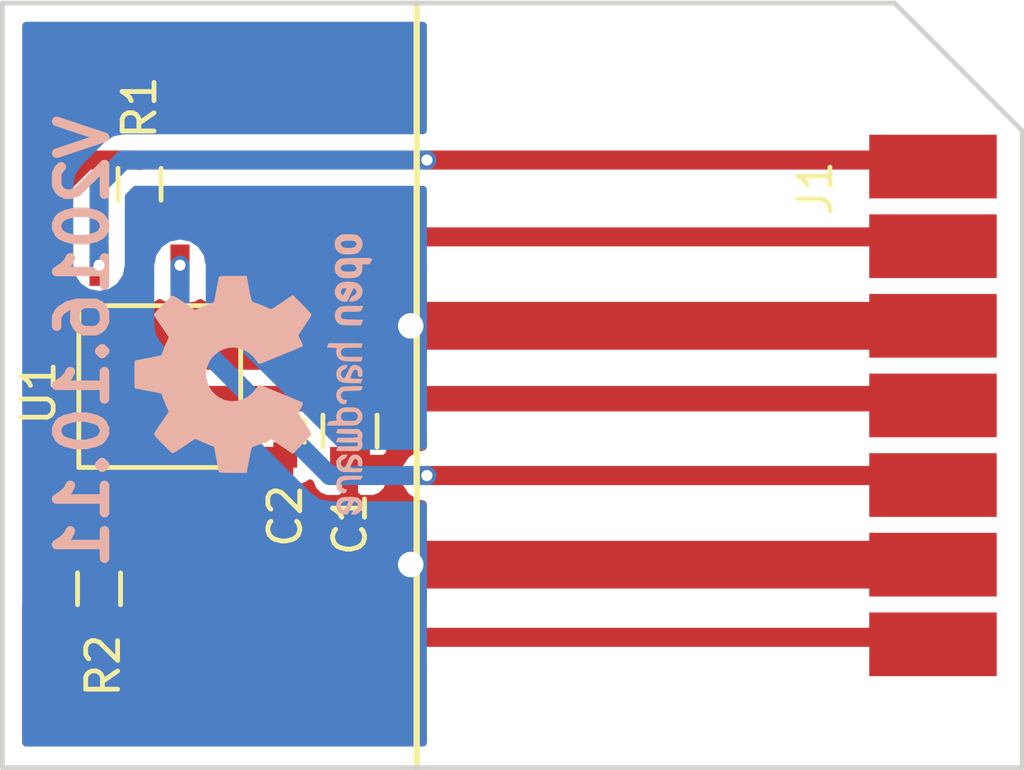
<source format=kicad_pcb>
(kicad_pcb (version 4) (host pcbnew 4.0.4+e1-6308~48~ubuntu16.04.1-stable)

  (general
    (links 15)
    (no_connects 0)
    (area 133.924999 93.399999 166.075001 117.600001)
    (thickness 1.6)
    (drawings 7)
    (tracks 57)
    (zones 0)
    (modules 7)
    (nets 9)
  )

  (page A4)
  (layers
    (0 F.Cu signal)
    (31 B.Cu signal)
    (32 B.Adhes user)
    (33 F.Adhes user)
    (34 B.Paste user)
    (35 F.Paste user)
    (36 B.SilkS user)
    (37 F.SilkS user)
    (38 B.Mask user)
    (39 F.Mask user)
    (40 Dwgs.User user)
    (41 Cmts.User user)
    (42 Eco1.User user)
    (43 Eco2.User user)
    (44 Edge.Cuts user)
    (45 Margin user)
    (46 B.CrtYd user)
    (47 F.CrtYd user)
    (48 B.Fab user)
    (49 F.Fab user)
  )

  (setup
    (last_trace_width 0.6)
    (user_trace_width 0.4)
    (user_trace_width 0.6)
    (user_trace_width 0.8)
    (user_trace_width 1)
    (user_trace_width 1.5)
    (trace_clearance 0.2)
    (zone_clearance 0.508)
    (zone_45_only no)
    (trace_min 0.1524)
    (segment_width 0.2)
    (edge_width 0.15)
    (via_size 0.6)
    (via_drill 0.4)
    (via_min_size 0.35)
    (via_min_drill 0.35)
    (user_via 0.5 0.35)
    (user_via 0.6 0.4)
    (user_via 0.8 0.6)
    (user_via 1 0.8)
    (user_via 1.7 1.5)
    (uvia_size 0.3)
    (uvia_drill 0.1)
    (uvias_allowed no)
    (uvia_min_size 0.2)
    (uvia_min_drill 0.1)
    (pcb_text_width 0.3)
    (pcb_text_size 1.5 1.5)
    (mod_edge_width 0.15)
    (mod_text_size 1 1)
    (mod_text_width 0.15)
    (pad_size 1.524 1.524)
    (pad_drill 0.762)
    (pad_to_mask_clearance 0.2)
    (aux_axis_origin 0 0)
    (visible_elements FFFFFF7F)
    (pcbplotparams
      (layerselection 0x00030_80000001)
      (usegerberextensions false)
      (excludeedgelayer true)
      (linewidth 0.100000)
      (plotframeref false)
      (viasonmask false)
      (mode 1)
      (useauxorigin false)
      (hpglpennumber 1)
      (hpglpenspeed 20)
      (hpglpendiameter 15)
      (hpglpenoverlay 2)
      (psnegative false)
      (psa4output false)
      (plotreference true)
      (plotvalue true)
      (plotinvisibletext false)
      (padsonsilk false)
      (subtractmaskfromsilk false)
      (outputformat 1)
      (mirror false)
      (drillshape 1)
      (scaleselection 1)
      (outputdirectory ""))
  )

  (net 0 "")
  (net 1 GND)
  (net 2 +3V3)
  (net 3 CS)
  (net 4 DI)
  (net 5 SCLK)
  (net 6 DO)
  (net 7 "Net-(R1-Pad1)")
  (net 8 "Net-(R2-Pad2)")

  (net_class Default "This is the default net class."
    (clearance 0.2)
    (trace_width 0.25)
    (via_dia 0.6)
    (via_drill 0.4)
    (uvia_dia 0.3)
    (uvia_drill 0.1)
    (add_net +3V3)
    (add_net CS)
    (add_net DI)
    (add_net DO)
    (add_net GND)
    (add_net "Net-(R1-Pad1)")
    (add_net "Net-(R2-Pad2)")
    (add_net SCLK)
  )

  (module SquantorPcbOutline:SD_CARD_connector locked (layer F.Cu) (tedit 57FB8582) (tstamp 57FB8117)
    (at 163.2 106.13)
    (path /57FB7E61)
    (fp_text reference J1 (at -3.688 -6.816 90) (layer F.SilkS)
      (effects (font (size 1 1) (thickness 0.15)))
    )
    (fp_text value SD_CARD_connector (at -3.942 1.82 270) (layer F.Fab)
      (effects (font (size 1 1) (thickness 0.15)))
    )
    (pad 1 smd rect (at 0 -7.5 90) (size 2 4) (layers F.Cu F.Paste F.Mask)
      (net 3 CS))
    (pad 2 smd rect (at 0 -5 90) (size 2 4) (layers F.Cu F.Paste F.Mask)
      (net 4 DI))
    (pad 3 smd rect (at 0 -2.5 90) (size 2 4) (layers F.Cu F.Paste F.Mask)
      (net 1 GND))
    (pad 4 smd rect (at 0 0 90) (size 2 4) (layers F.Cu F.Paste F.Mask)
      (net 2 +3V3))
    (pad 5 smd rect (at 0 2.5 90) (size 2 4) (layers F.Cu F.Paste F.Mask)
      (net 5 SCLK))
    (pad 6 smd rect (at 0 5 90) (size 2 4) (layers F.Cu F.Paste F.Mask)
      (net 1 GND))
    (pad 7 smd rect (at 0 7.5 90) (size 2 4) (layers F.Cu F.Paste F.Mask)
      (net 6 DO))
  )

  (module Capacitors_SMD:C_0805 (layer F.Cu) (tedit 57FD182A) (tstamp 57FB850F)
    (at 144.907 106.934 270)
    (descr "Capacitor SMD 0805, reflow soldering, AVX (see smccp.pdf)")
    (tags "capacitor 0805")
    (path /57FB81C5)
    (attr smd)
    (fp_text reference C1 (at 2.921 0 270) (layer F.SilkS)
      (effects (font (size 1 1) (thickness 0.15)))
    )
    (fp_text value 1u (at 0 0 270) (layer F.Fab)
      (effects (font (size 1 1) (thickness 0.15)))
    )
    (fp_line (start -1 0.625) (end -1 -0.625) (layer F.Fab) (width 0.15))
    (fp_line (start 1 0.625) (end -1 0.625) (layer F.Fab) (width 0.15))
    (fp_line (start 1 -0.625) (end 1 0.625) (layer F.Fab) (width 0.15))
    (fp_line (start -1 -0.625) (end 1 -0.625) (layer F.Fab) (width 0.15))
    (fp_line (start -1.8 -1) (end 1.8 -1) (layer F.CrtYd) (width 0.05))
    (fp_line (start -1.8 1) (end 1.8 1) (layer F.CrtYd) (width 0.05))
    (fp_line (start -1.8 -1) (end -1.8 1) (layer F.CrtYd) (width 0.05))
    (fp_line (start 1.8 -1) (end 1.8 1) (layer F.CrtYd) (width 0.05))
    (fp_line (start 0.5 -0.85) (end -0.5 -0.85) (layer F.SilkS) (width 0.15))
    (fp_line (start -0.5 0.85) (end 0.5 0.85) (layer F.SilkS) (width 0.15))
    (pad 1 smd rect (at -1 0 270) (size 1 1.25) (layers F.Cu F.Paste F.Mask)
      (net 2 +3V3))
    (pad 2 smd rect (at 1 0 270) (size 1 1.25) (layers F.Cu F.Paste F.Mask)
      (net 1 GND))
    (model Capacitors_SMD.3dshapes/C_0805.wrl
      (at (xyz 0 0 0))
      (scale (xyz 1 1 1))
      (rotate (xyz 0 0 0))
    )
  )

  (module Capacitors_SMD:C_0603 (layer F.Cu) (tedit 57FD182D) (tstamp 57FB8514)
    (at 142.875 106.934 270)
    (descr "Capacitor SMD 0603, reflow soldering, AVX (see smccp.pdf)")
    (tags "capacitor 0603")
    (path /57FB8208)
    (attr smd)
    (fp_text reference C2 (at 2.667 0 270) (layer F.SilkS)
      (effects (font (size 1 1) (thickness 0.15)))
    )
    (fp_text value 100n (at -0.127 0 270) (layer F.Fab)
      (effects (font (size 1 1) (thickness 0.15)))
    )
    (fp_line (start -0.8 0.4) (end -0.8 -0.4) (layer F.Fab) (width 0.15))
    (fp_line (start 0.8 0.4) (end -0.8 0.4) (layer F.Fab) (width 0.15))
    (fp_line (start 0.8 -0.4) (end 0.8 0.4) (layer F.Fab) (width 0.15))
    (fp_line (start -0.8 -0.4) (end 0.8 -0.4) (layer F.Fab) (width 0.15))
    (fp_line (start -1.45 -0.75) (end 1.45 -0.75) (layer F.CrtYd) (width 0.05))
    (fp_line (start -1.45 0.75) (end 1.45 0.75) (layer F.CrtYd) (width 0.05))
    (fp_line (start -1.45 -0.75) (end -1.45 0.75) (layer F.CrtYd) (width 0.05))
    (fp_line (start 1.45 -0.75) (end 1.45 0.75) (layer F.CrtYd) (width 0.05))
    (fp_line (start -0.35 -0.6) (end 0.35 -0.6) (layer F.SilkS) (width 0.15))
    (fp_line (start 0.35 0.6) (end -0.35 0.6) (layer F.SilkS) (width 0.15))
    (pad 1 smd rect (at -0.75 0 270) (size 0.8 0.75) (layers F.Cu F.Paste F.Mask)
      (net 2 +3V3))
    (pad 2 smd rect (at 0.75 0 270) (size 0.8 0.75) (layers F.Cu F.Paste F.Mask)
      (net 1 GND))
    (model Capacitors_SMD.3dshapes/C_0603.wrl
      (at (xyz 0 0 0))
      (scale (xyz 1 1 1))
      (rotate (xyz 0 0 0))
    )
  )

  (module Resistors_SMD:R_0603 (layer F.Cu) (tedit 57FD1825) (tstamp 57FC0114)
    (at 138.303 99.187 90)
    (descr "Resistor SMD 0603, reflow soldering, Vishay (see dcrcw.pdf)")
    (tags "resistor 0603")
    (path /57FC007B)
    (attr smd)
    (fp_text reference R1 (at 2.413 0 90) (layer F.SilkS)
      (effects (font (size 1 1) (thickness 0.15)))
    )
    (fp_text value 10K (at 0 0 90) (layer F.Fab)
      (effects (font (size 1 1) (thickness 0.15)))
    )
    (fp_line (start -1.3 -0.8) (end 1.3 -0.8) (layer F.CrtYd) (width 0.05))
    (fp_line (start -1.3 0.8) (end 1.3 0.8) (layer F.CrtYd) (width 0.05))
    (fp_line (start -1.3 -0.8) (end -1.3 0.8) (layer F.CrtYd) (width 0.05))
    (fp_line (start 1.3 -0.8) (end 1.3 0.8) (layer F.CrtYd) (width 0.05))
    (fp_line (start 0.5 0.675) (end -0.5 0.675) (layer F.SilkS) (width 0.15))
    (fp_line (start -0.5 -0.675) (end 0.5 -0.675) (layer F.SilkS) (width 0.15))
    (pad 1 smd rect (at -0.75 0 90) (size 0.5 0.9) (layers F.Cu F.Paste F.Mask)
      (net 7 "Net-(R1-Pad1)"))
    (pad 2 smd rect (at 0.75 0 90) (size 0.5 0.9) (layers F.Cu F.Paste F.Mask)
      (net 2 +3V3))
    (model Resistors_SMD.3dshapes/R_0603.wrl
      (at (xyz 0 0 0))
      (scale (xyz 1 1 1))
      (rotate (xyz 0 0 0))
    )
  )

  (module Resistors_SMD:R_0603 (layer F.Cu) (tedit 57FD183C) (tstamp 57FC011A)
    (at 137.033 111.887 90)
    (descr "Resistor SMD 0603, reflow soldering, Vishay (see dcrcw.pdf)")
    (tags "resistor 0603")
    (path /57FC027B)
    (attr smd)
    (fp_text reference R2 (at -2.413 0.127 90) (layer F.SilkS)
      (effects (font (size 1 1) (thickness 0.15)))
    )
    (fp_text value 10k (at 0.127 0.127 90) (layer F.Fab)
      (effects (font (size 1 1) (thickness 0.15)))
    )
    (fp_line (start -1.3 -0.8) (end 1.3 -0.8) (layer F.CrtYd) (width 0.05))
    (fp_line (start -1.3 0.8) (end 1.3 0.8) (layer F.CrtYd) (width 0.05))
    (fp_line (start -1.3 -0.8) (end -1.3 0.8) (layer F.CrtYd) (width 0.05))
    (fp_line (start 1.3 -0.8) (end 1.3 0.8) (layer F.CrtYd) (width 0.05))
    (fp_line (start 0.5 0.675) (end -0.5 0.675) (layer F.SilkS) (width 0.15))
    (fp_line (start -0.5 -0.675) (end 0.5 -0.675) (layer F.SilkS) (width 0.15))
    (pad 1 smd rect (at -0.75 0 90) (size 0.5 0.9) (layers F.Cu F.Paste F.Mask)
      (net 2 +3V3))
    (pad 2 smd rect (at 0.75 0 90) (size 0.5 0.9) (layers F.Cu F.Paste F.Mask)
      (net 8 "Net-(R2-Pad2)"))
    (model Resistors_SMD.3dshapes/R_0603.wrl
      (at (xyz 0 0 0))
      (scale (xyz 1 1 1))
      (rotate (xyz 0 0 0))
    )
  )

  (module SquantorAtmel:AT45DBXXX (layer F.Cu) (tedit 580208DB) (tstamp 58011BCD)
    (at 138.938 105.537 270)
    (path /58011846)
    (fp_text reference U1 (at 0.2 3.8 270) (layer F.SilkS)
      (effects (font (size 1 1) (thickness 0.15)))
    )
    (fp_text value AT45DBXXX (at -5.334 -3.81 270) (layer F.Fab)
      (effects (font (size 1 1) (thickness 0.15)))
    )
    (fp_circle (center -1.778 -1.778) (end -1.27 -1.778) (layer F.SilkS) (width 0.254))
    (fp_line (start 2.54 -1.905) (end 3.81 -1.905) (layer F.Fab) (width 0.42))
    (fp_line (start 2.54 -0.635) (end 3.81 -0.635) (layer F.Fab) (width 0.42))
    (fp_line (start 2.54 0.635) (end 3.81 0.635) (layer F.Fab) (width 0.42))
    (fp_line (start 2.54 1.905) (end 3.81 1.905) (layer F.Fab) (width 0.42))
    (fp_line (start -2.54 1.905) (end -3.81 1.905) (layer F.Fab) (width 0.42))
    (fp_line (start -2.54 0.635) (end -3.81 0.635) (layer F.Fab) (width 0.42))
    (fp_line (start -2.54 -0.635) (end -3.81 -0.635) (layer F.Fab) (width 0.42))
    (fp_line (start -2.54 -1.905) (end -3.81 -1.905) (layer F.Fab) (width 0.42))
    (fp_line (start -2.54 0) (end -2.54 -2.54) (layer F.SilkS) (width 0.15))
    (fp_line (start -2.54 -2.54) (end 2.54 -2.54) (layer F.SilkS) (width 0.15))
    (fp_line (start 2.54 -2.54) (end 2.54 2.54) (layer F.SilkS) (width 0.15))
    (fp_line (start 2.54 2.54) (end -2.54 2.54) (layer F.SilkS) (width 0.15))
    (fp_line (start -2.54 2.54) (end -2.54 0) (layer F.SilkS) (width 0.15))
    (pad 3 smd rect (at -3.81 0.635 270) (size 1.3 0.6) (layers F.Cu F.Paste F.Mask)
      (net 7 "Net-(R1-Pad1)"))
    (pad 2 smd rect (at -3.81 -0.635 270) (size 1.3 0.6) (layers F.Cu F.Paste F.Mask)
      (net 5 SCLK))
    (pad 1 smd rect (at -3.81 -1.905 270) (size 1.3 0.6) (layers F.Cu F.Paste F.Mask)
      (net 4 DI))
    (pad 4 smd rect (at -3.81 1.905 270) (size 1.3 0.6) (layers F.Cu F.Paste F.Mask)
      (net 3 CS))
    (pad 5 smd rect (at 3.81 1.905 270) (size 1.3 0.6) (layers F.Cu F.Paste F.Mask)
      (net 8 "Net-(R2-Pad2)"))
    (pad 6 smd rect (at 3.81 0.635 270) (size 1.3 0.6) (layers F.Cu F.Paste F.Mask)
      (net 2 +3V3))
    (pad 7 smd rect (at 3.81 -0.635 270) (size 1.3 0.6) (layers F.Cu F.Paste F.Mask)
      (net 1 GND))
    (pad 8 smd rect (at 3.81 -1.905 270) (size 1.3 0.6) (layers F.Cu F.Paste F.Mask)
      (net 6 DO))
  )

  (module Symbols:OSHW-Logo2_9.8x8mm_SilkScreen (layer B.Cu) (tedit 0) (tstamp 58020916)
    (at 141.859 105.156 270)
    (descr "Open Source Hardware Symbol")
    (tags "Logo Symbol OSHW")
    (attr virtual)
    (fp_text reference REF*** (at 0 0 270) (layer B.SilkS) hide
      (effects (font (size 1 1) (thickness 0.15)) (justify mirror))
    )
    (fp_text value OSHW-Logo2_9.8x8mm_SilkScreen (at 0.75 0 270) (layer B.Fab) hide
      (effects (font (size 1 1) (thickness 0.15)) (justify mirror))
    )
    (fp_poly (pts (xy -3.231114 -2.584505) (xy -3.156461 -2.621727) (xy -3.090569 -2.690261) (xy -3.072423 -2.715648)
      (xy -3.052655 -2.748866) (xy -3.039828 -2.784945) (xy -3.03249 -2.833098) (xy -3.029187 -2.902536)
      (xy -3.028462 -2.994206) (xy -3.031737 -3.11983) (xy -3.043123 -3.214154) (xy -3.064959 -3.284523)
      (xy -3.099581 -3.338286) (xy -3.14933 -3.382788) (xy -3.152986 -3.385423) (xy -3.202015 -3.412377)
      (xy -3.261055 -3.425712) (xy -3.336141 -3.429) (xy -3.458205 -3.429) (xy -3.458256 -3.547497)
      (xy -3.459392 -3.613492) (xy -3.466314 -3.652202) (xy -3.484402 -3.675419) (xy -3.519038 -3.694933)
      (xy -3.527355 -3.69892) (xy -3.56628 -3.717603) (xy -3.596417 -3.729403) (xy -3.618826 -3.730422)
      (xy -3.634567 -3.716761) (xy -3.644698 -3.684522) (xy -3.650277 -3.629804) (xy -3.652365 -3.548711)
      (xy -3.652019 -3.437344) (xy -3.6503 -3.291802) (xy -3.649763 -3.248269) (xy -3.647828 -3.098205)
      (xy -3.646096 -3.000042) (xy -3.458308 -3.000042) (xy -3.457252 -3.083364) (xy -3.452562 -3.13788)
      (xy -3.441949 -3.173837) (xy -3.423128 -3.201482) (xy -3.41035 -3.214965) (xy -3.35811 -3.254417)
      (xy -3.311858 -3.257628) (xy -3.264133 -3.225049) (xy -3.262923 -3.223846) (xy -3.243506 -3.198668)
      (xy -3.231693 -3.164447) (xy -3.225735 -3.111748) (xy -3.22388 -3.031131) (xy -3.223846 -3.013271)
      (xy -3.22833 -2.902175) (xy -3.242926 -2.825161) (xy -3.26935 -2.778147) (xy -3.309317 -2.75705)
      (xy -3.332416 -2.754923) (xy -3.387238 -2.7649) (xy -3.424842 -2.797752) (xy -3.447477 -2.857857)
      (xy -3.457394 -2.949598) (xy -3.458308 -3.000042) (xy -3.646096 -3.000042) (xy -3.645778 -2.98206)
      (xy -3.643127 -2.894679) (xy -3.639394 -2.830905) (xy -3.634093 -2.785582) (xy -3.626742 -2.753555)
      (xy -3.616857 -2.729668) (xy -3.603954 -2.708764) (xy -3.598421 -2.700898) (xy -3.525031 -2.626595)
      (xy -3.43224 -2.584467) (xy -3.324904 -2.572722) (xy -3.231114 -2.584505)) (layer B.SilkS) (width 0.01))
    (fp_poly (pts (xy -1.728336 -2.595089) (xy -1.665633 -2.631358) (xy -1.622039 -2.667358) (xy -1.590155 -2.705075)
      (xy -1.56819 -2.751199) (xy -1.554351 -2.812421) (xy -1.546847 -2.895431) (xy -1.543883 -3.006919)
      (xy -1.543539 -3.087062) (xy -1.543539 -3.382065) (xy -1.709615 -3.456515) (xy -1.719385 -3.133402)
      (xy -1.723421 -3.012729) (xy -1.727656 -2.925141) (xy -1.732903 -2.86465) (xy -1.739975 -2.825268)
      (xy -1.749689 -2.801007) (xy -1.762856 -2.78588) (xy -1.767081 -2.782606) (xy -1.831091 -2.757034)
      (xy -1.895792 -2.767153) (xy -1.934308 -2.794) (xy -1.949975 -2.813024) (xy -1.96082 -2.837988)
      (xy -1.967712 -2.875834) (xy -1.971521 -2.933502) (xy -1.973117 -3.017935) (xy -1.973385 -3.105928)
      (xy -1.973437 -3.216323) (xy -1.975328 -3.294463) (xy -1.981655 -3.347165) (xy -1.995017 -3.381242)
      (xy -2.018015 -3.403511) (xy -2.053246 -3.420787) (xy -2.100303 -3.438738) (xy -2.151697 -3.458278)
      (xy -2.145579 -3.111485) (xy -2.143116 -2.986468) (xy -2.140233 -2.894082) (xy -2.136102 -2.827881)
      (xy -2.129893 -2.78142) (xy -2.120774 -2.748256) (xy -2.107917 -2.721944) (xy -2.092416 -2.698729)
      (xy -2.017629 -2.624569) (xy -1.926372 -2.581684) (xy -1.827117 -2.571412) (xy -1.728336 -2.595089)) (layer B.SilkS) (width 0.01))
    (fp_poly (pts (xy -3.983114 -2.587256) (xy -3.891536 -2.635409) (xy -3.823951 -2.712905) (xy -3.799943 -2.762727)
      (xy -3.781262 -2.837533) (xy -3.771699 -2.932052) (xy -3.770792 -3.03521) (xy -3.778079 -3.135935)
      (xy -3.793097 -3.223153) (xy -3.815385 -3.285791) (xy -3.822235 -3.296579) (xy -3.903368 -3.377105)
      (xy -3.999734 -3.425336) (xy -4.104299 -3.43945) (xy -4.210032 -3.417629) (xy -4.239457 -3.404547)
      (xy -4.296759 -3.364231) (xy -4.34705 -3.310775) (xy -4.351803 -3.303995) (xy -4.371122 -3.271321)
      (xy -4.383892 -3.236394) (xy -4.391436 -3.190414) (xy -4.395076 -3.124584) (xy -4.396135 -3.030105)
      (xy -4.396154 -3.008923) (xy -4.396106 -3.002182) (xy -4.200769 -3.002182) (xy -4.199632 -3.091349)
      (xy -4.195159 -3.15052) (xy -4.185754 -3.188741) (xy -4.169824 -3.215053) (xy -4.161692 -3.223846)
      (xy -4.114942 -3.257261) (xy -4.069553 -3.255737) (xy -4.02366 -3.226752) (xy -3.996288 -3.195809)
      (xy -3.980077 -3.150643) (xy -3.970974 -3.07942) (xy -3.970349 -3.071114) (xy -3.968796 -2.942037)
      (xy -3.985035 -2.846172) (xy -4.018848 -2.784107) (xy -4.070016 -2.756432) (xy -4.08828 -2.754923)
      (xy -4.13624 -2.762513) (xy -4.169047 -2.788808) (xy -4.189105 -2.839095) (xy -4.198822 -2.918664)
      (xy -4.200769 -3.002182) (xy -4.396106 -3.002182) (xy -4.395426 -2.908249) (xy -4.392371 -2.837906)
      (xy -4.385678 -2.789163) (xy -4.37404 -2.753288) (xy -4.356147 -2.721548) (xy -4.352192 -2.715648)
      (xy -4.285733 -2.636104) (xy -4.213315 -2.589929) (xy -4.125151 -2.571599) (xy -4.095213 -2.570703)
      (xy -3.983114 -2.587256)) (layer B.SilkS) (width 0.01))
    (fp_poly (pts (xy -2.465746 -2.599745) (xy -2.388714 -2.651567) (xy -2.329184 -2.726412) (xy -2.293622 -2.821654)
      (xy -2.286429 -2.891756) (xy -2.287246 -2.921009) (xy -2.294086 -2.943407) (xy -2.312888 -2.963474)
      (xy -2.349592 -2.985733) (xy -2.410138 -3.014709) (xy -2.500466 -3.054927) (xy -2.500923 -3.055129)
      (xy -2.584067 -3.09321) (xy -2.652247 -3.127025) (xy -2.698495 -3.152933) (xy -2.715842 -3.167295)
      (xy -2.715846 -3.167411) (xy -2.700557 -3.198685) (xy -2.664804 -3.233157) (xy -2.623758 -3.25799)
      (xy -2.602963 -3.262923) (xy -2.54623 -3.245862) (xy -2.497373 -3.203133) (xy -2.473535 -3.156155)
      (xy -2.450603 -3.121522) (xy -2.405682 -3.082081) (xy -2.352877 -3.048009) (xy -2.30629 -3.02948)
      (xy -2.296548 -3.028462) (xy -2.285582 -3.045215) (xy -2.284921 -3.088039) (xy -2.29298 -3.145781)
      (xy -2.308173 -3.207289) (xy -2.328914 -3.261409) (xy -2.329962 -3.26351) (xy -2.392379 -3.35066)
      (xy -2.473274 -3.409939) (xy -2.565144 -3.439034) (xy -2.660487 -3.435634) (xy -2.751802 -3.397428)
      (xy -2.755862 -3.394741) (xy -2.827694 -3.329642) (xy -2.874927 -3.244705) (xy -2.901066 -3.133021)
      (xy -2.904574 -3.101643) (xy -2.910787 -2.953536) (xy -2.903339 -2.884468) (xy -2.715846 -2.884468)
      (xy -2.71341 -2.927552) (xy -2.700086 -2.940126) (xy -2.666868 -2.930719) (xy -2.614506 -2.908483)
      (xy -2.555976 -2.88061) (xy -2.554521 -2.879872) (xy -2.504911 -2.853777) (xy -2.485 -2.836363)
      (xy -2.48991 -2.818107) (xy -2.510584 -2.79412) (xy -2.563181 -2.759406) (xy -2.619823 -2.756856)
      (xy -2.670631 -2.782119) (xy -2.705724 -2.830847) (xy -2.715846 -2.884468) (xy -2.903339 -2.884468)
      (xy -2.898008 -2.835036) (xy -2.865222 -2.741055) (xy -2.819579 -2.675215) (xy -2.737198 -2.608681)
      (xy -2.646454 -2.575676) (xy -2.553815 -2.573573) (xy -2.465746 -2.599745)) (layer B.SilkS) (width 0.01))
    (fp_poly (pts (xy -0.840154 -2.49212) (xy -0.834428 -2.57198) (xy -0.827851 -2.619039) (xy -0.818738 -2.639566)
      (xy -0.805402 -2.639829) (xy -0.801077 -2.637378) (xy -0.743556 -2.619636) (xy -0.668732 -2.620672)
      (xy -0.592661 -2.63891) (xy -0.545082 -2.662505) (xy -0.496298 -2.700198) (xy -0.460636 -2.742855)
      (xy -0.436155 -2.797057) (xy -0.420913 -2.869384) (xy -0.41297 -2.966419) (xy -0.410384 -3.094742)
      (xy -0.410338 -3.119358) (xy -0.410308 -3.39587) (xy -0.471839 -3.41732) (xy -0.515541 -3.431912)
      (xy -0.539518 -3.438706) (xy -0.540223 -3.438769) (xy -0.542585 -3.420345) (xy -0.544594 -3.369526)
      (xy -0.546099 -3.292993) (xy -0.546947 -3.19743) (xy -0.547077 -3.139329) (xy -0.547349 -3.024771)
      (xy -0.548748 -2.942667) (xy -0.552151 -2.886393) (xy -0.558433 -2.849326) (xy -0.568471 -2.824844)
      (xy -0.583139 -2.806325) (xy -0.592298 -2.797406) (xy -0.655211 -2.761466) (xy -0.723864 -2.758775)
      (xy -0.786152 -2.78917) (xy -0.797671 -2.800144) (xy -0.814567 -2.820779) (xy -0.826286 -2.845256)
      (xy -0.833767 -2.880647) (xy -0.837946 -2.934026) (xy -0.839763 -3.012466) (xy -0.840154 -3.120617)
      (xy -0.840154 -3.39587) (xy -0.901685 -3.41732) (xy -0.945387 -3.431912) (xy -0.969364 -3.438706)
      (xy -0.97007 -3.438769) (xy -0.971874 -3.420069) (xy -0.9735 -3.367322) (xy -0.974883 -3.285557)
      (xy -0.975958 -3.179805) (xy -0.97666 -3.055094) (xy -0.976923 -2.916455) (xy -0.976923 -2.381806)
      (xy -0.849923 -2.328236) (xy -0.840154 -2.49212)) (layer B.SilkS) (width 0.01))
    (fp_poly (pts (xy 0.053501 -2.626303) (xy 0.13006 -2.654733) (xy 0.130936 -2.655279) (xy 0.178285 -2.690127)
      (xy 0.213241 -2.730852) (xy 0.237825 -2.783925) (xy 0.254062 -2.855814) (xy 0.263975 -2.952992)
      (xy 0.269586 -3.081928) (xy 0.270077 -3.100298) (xy 0.277141 -3.377287) (xy 0.217695 -3.408028)
      (xy 0.174681 -3.428802) (xy 0.14871 -3.438646) (xy 0.147509 -3.438769) (xy 0.143014 -3.420606)
      (xy 0.139444 -3.371612) (xy 0.137248 -3.300031) (xy 0.136769 -3.242068) (xy 0.136758 -3.14817)
      (xy 0.132466 -3.089203) (xy 0.117503 -3.061079) (xy 0.085482 -3.059706) (xy 0.030014 -3.080998)
      (xy -0.053731 -3.120136) (xy -0.115311 -3.152643) (xy -0.146983 -3.180845) (xy -0.156294 -3.211582)
      (xy -0.156308 -3.213104) (xy -0.140943 -3.266054) (xy -0.095453 -3.29466) (xy -0.025834 -3.298803)
      (xy 0.024313 -3.298084) (xy 0.050754 -3.312527) (xy 0.067243 -3.347218) (xy 0.076733 -3.391416)
      (xy 0.063057 -3.416493) (xy 0.057907 -3.420082) (xy 0.009425 -3.434496) (xy -0.058469 -3.436537)
      (xy -0.128388 -3.426983) (xy -0.177932 -3.409522) (xy -0.24643 -3.351364) (xy -0.285366 -3.270408)
      (xy -0.293077 -3.20716) (xy -0.287193 -3.150111) (xy -0.265899 -3.103542) (xy -0.223735 -3.062181)
      (xy -0.155241 -3.020755) (xy -0.054956 -2.973993) (xy -0.048846 -2.97135) (xy 0.04149 -2.929617)
      (xy 0.097235 -2.895391) (xy 0.121129 -2.864635) (xy 0.115913 -2.833311) (xy 0.084328 -2.797383)
      (xy 0.074883 -2.789116) (xy 0.011617 -2.757058) (xy -0.053936 -2.758407) (xy -0.111028 -2.789838)
      (xy -0.148907 -2.848024) (xy -0.152426 -2.859446) (xy -0.1867 -2.914837) (xy -0.230191 -2.941518)
      (xy -0.293077 -2.96796) (xy -0.293077 -2.899548) (xy -0.273948 -2.80011) (xy -0.217169 -2.708902)
      (xy -0.187622 -2.678389) (xy -0.120458 -2.639228) (xy -0.035044 -2.6215) (xy 0.053501 -2.626303)) (layer B.SilkS) (width 0.01))
    (fp_poly (pts (xy 0.713362 -2.62467) (xy 0.802117 -2.657421) (xy 0.874022 -2.71535) (xy 0.902144 -2.756128)
      (xy 0.932802 -2.830954) (xy 0.932165 -2.885058) (xy 0.899987 -2.921446) (xy 0.888081 -2.927633)
      (xy 0.836675 -2.946925) (xy 0.810422 -2.941982) (xy 0.80153 -2.909587) (xy 0.801077 -2.891692)
      (xy 0.784797 -2.825859) (xy 0.742365 -2.779807) (xy 0.683388 -2.757564) (xy 0.617475 -2.763161)
      (xy 0.563895 -2.792229) (xy 0.545798 -2.80881) (xy 0.532971 -2.828925) (xy 0.524306 -2.859332)
      (xy 0.518696 -2.906788) (xy 0.515035 -2.97805) (xy 0.512215 -3.079875) (xy 0.511484 -3.112115)
      (xy 0.50882 -3.22241) (xy 0.505792 -3.300036) (xy 0.50125 -3.351396) (xy 0.494046 -3.38289)
      (xy 0.483033 -3.40092) (xy 0.46706 -3.411888) (xy 0.456834 -3.416733) (xy 0.413406 -3.433301)
      (xy 0.387842 -3.438769) (xy 0.379395 -3.420507) (xy 0.374239 -3.365296) (xy 0.372346 -3.272499)
      (xy 0.373689 -3.141478) (xy 0.374107 -3.121269) (xy 0.377058 -3.001733) (xy 0.380548 -2.914449)
      (xy 0.385514 -2.852591) (xy 0.392893 -2.809336) (xy 0.403624 -2.77786) (xy 0.418645 -2.751339)
      (xy 0.426502 -2.739975) (xy 0.471553 -2.689692) (xy 0.52194 -2.650581) (xy 0.528108 -2.647167)
      (xy 0.618458 -2.620212) (xy 0.713362 -2.62467)) (layer B.SilkS) (width 0.01))
    (fp_poly (pts (xy 1.602081 -2.780289) (xy 1.601833 -2.92632) (xy 1.600872 -3.038655) (xy 1.598794 -3.122678)
      (xy 1.595193 -3.183769) (xy 1.589665 -3.227309) (xy 1.581804 -3.258679) (xy 1.571207 -3.283262)
      (xy 1.563182 -3.297294) (xy 1.496728 -3.373388) (xy 1.41247 -3.421084) (xy 1.319249 -3.438199)
      (xy 1.2259 -3.422546) (xy 1.170312 -3.394418) (xy 1.111957 -3.34576) (xy 1.072186 -3.286333)
      (xy 1.04819 -3.208507) (xy 1.037161 -3.104652) (xy 1.035599 -3.028462) (xy 1.035809 -3.022986)
      (xy 1.172308 -3.022986) (xy 1.173141 -3.110355) (xy 1.176961 -3.168192) (xy 1.185746 -3.206029)
      (xy 1.201474 -3.233398) (xy 1.220266 -3.254042) (xy 1.283375 -3.29389) (xy 1.351137 -3.297295)
      (xy 1.415179 -3.264025) (xy 1.420164 -3.259517) (xy 1.441439 -3.236067) (xy 1.454779 -3.208166)
      (xy 1.462001 -3.166641) (xy 1.464923 -3.102316) (xy 1.465385 -3.0312) (xy 1.464383 -2.941858)
      (xy 1.460238 -2.882258) (xy 1.451236 -2.843089) (xy 1.435667 -2.81504) (xy 1.422902 -2.800144)
      (xy 1.3636 -2.762575) (xy 1.295301 -2.758057) (xy 1.23011 -2.786753) (xy 1.217528 -2.797406)
      (xy 1.196111 -2.821063) (xy 1.182744 -2.849251) (xy 1.175566 -2.891245) (xy 1.172719 -2.956319)
      (xy 1.172308 -3.022986) (xy 1.035809 -3.022986) (xy 1.040322 -2.905765) (xy 1.056362 -2.813577)
      (xy 1.086528 -2.744269) (xy 1.133629 -2.690211) (xy 1.170312 -2.662505) (xy 1.23699 -2.632572)
      (xy 1.314272 -2.618678) (xy 1.38611 -2.622397) (xy 1.426308 -2.6374) (xy 1.442082 -2.64167)
      (xy 1.45255 -2.62575) (xy 1.459856 -2.583089) (xy 1.465385 -2.518106) (xy 1.471437 -2.445732)
      (xy 1.479844 -2.402187) (xy 1.495141 -2.377287) (xy 1.521864 -2.360845) (xy 1.538654 -2.353564)
      (xy 1.602154 -2.326963) (xy 1.602081 -2.780289)) (layer B.SilkS) (width 0.01))
    (fp_poly (pts (xy 2.395929 -2.636662) (xy 2.398911 -2.688068) (xy 2.401247 -2.766192) (xy 2.402749 -2.864857)
      (xy 2.403231 -2.968343) (xy 2.403231 -3.318533) (xy 2.341401 -3.380363) (xy 2.298793 -3.418462)
      (xy 2.26139 -3.433895) (xy 2.21027 -3.432918) (xy 2.189978 -3.430433) (xy 2.126554 -3.4232)
      (xy 2.074095 -3.419055) (xy 2.061308 -3.418672) (xy 2.018199 -3.421176) (xy 1.956544 -3.427462)
      (xy 1.932638 -3.430433) (xy 1.873922 -3.435028) (xy 1.834464 -3.425046) (xy 1.795338 -3.394228)
      (xy 1.781215 -3.380363) (xy 1.719385 -3.318533) (xy 1.719385 -2.663503) (xy 1.76915 -2.640829)
      (xy 1.812002 -2.624034) (xy 1.837073 -2.618154) (xy 1.843501 -2.636736) (xy 1.849509 -2.688655)
      (xy 1.854697 -2.768172) (xy 1.858664 -2.869546) (xy 1.860577 -2.955192) (xy 1.865923 -3.292231)
      (xy 1.91256 -3.298825) (xy 1.954976 -3.294214) (xy 1.97576 -3.279287) (xy 1.98157 -3.251377)
      (xy 1.98653 -3.191925) (xy 1.990246 -3.108466) (xy 1.992324 -3.008532) (xy 1.992624 -2.957104)
      (xy 1.992923 -2.661054) (xy 2.054454 -2.639604) (xy 2.098004 -2.62502) (xy 2.121694 -2.618219)
      (xy 2.122377 -2.618154) (xy 2.124754 -2.636642) (xy 2.127366 -2.687906) (xy 2.129995 -2.765649)
      (xy 2.132421 -2.863574) (xy 2.134115 -2.955192) (xy 2.139461 -3.292231) (xy 2.256692 -3.292231)
      (xy 2.262072 -2.984746) (xy 2.267451 -2.677261) (xy 2.324601 -2.647707) (xy 2.366797 -2.627413)
      (xy 2.39177 -2.618204) (xy 2.392491 -2.618154) (xy 2.395929 -2.636662)) (layer B.SilkS) (width 0.01))
    (fp_poly (pts (xy 2.887333 -2.633528) (xy 2.94359 -2.659117) (xy 2.987747 -2.690124) (xy 3.020101 -2.724795)
      (xy 3.042438 -2.76952) (xy 3.056546 -2.830692) (xy 3.064211 -2.914701) (xy 3.06722 -3.02794)
      (xy 3.067538 -3.102509) (xy 3.067538 -3.39342) (xy 3.017773 -3.416095) (xy 2.978576 -3.432667)
      (xy 2.959157 -3.438769) (xy 2.955442 -3.42061) (xy 2.952495 -3.371648) (xy 2.950691 -3.300153)
      (xy 2.950308 -3.243385) (xy 2.948661 -3.161371) (xy 2.944222 -3.096309) (xy 2.93774 -3.056467)
      (xy 2.93259 -3.048) (xy 2.897977 -3.056646) (xy 2.84364 -3.078823) (xy 2.780722 -3.108886)
      (xy 2.720368 -3.141192) (xy 2.673721 -3.170098) (xy 2.651926 -3.189961) (xy 2.651839 -3.190175)
      (xy 2.653714 -3.226935) (xy 2.670525 -3.262026) (xy 2.700039 -3.290528) (xy 2.743116 -3.300061)
      (xy 2.779932 -3.29895) (xy 2.832074 -3.298133) (xy 2.859444 -3.310349) (xy 2.875882 -3.342624)
      (xy 2.877955 -3.34871) (xy 2.885081 -3.394739) (xy 2.866024 -3.422687) (xy 2.816353 -3.436007)
      (xy 2.762697 -3.43847) (xy 2.666142 -3.42021) (xy 2.616159 -3.394131) (xy 2.554429 -3.332868)
      (xy 2.52169 -3.25767) (xy 2.518753 -3.178211) (xy 2.546424 -3.104167) (xy 2.588047 -3.057769)
      (xy 2.629604 -3.031793) (xy 2.694922 -2.998907) (xy 2.771038 -2.965557) (xy 2.783726 -2.960461)
      (xy 2.867333 -2.923565) (xy 2.91553 -2.891046) (xy 2.93103 -2.858718) (xy 2.91655 -2.822394)
      (xy 2.891692 -2.794) (xy 2.832939 -2.759039) (xy 2.768293 -2.756417) (xy 2.709008 -2.783358)
      (xy 2.666339 -2.837088) (xy 2.660739 -2.85095) (xy 2.628133 -2.901936) (xy 2.58053 -2.939787)
      (xy 2.520461 -2.97085) (xy 2.520461 -2.882768) (xy 2.523997 -2.828951) (xy 2.539156 -2.786534)
      (xy 2.572768 -2.741279) (xy 2.605035 -2.70642) (xy 2.655209 -2.657062) (xy 2.694193 -2.630547)
      (xy 2.736064 -2.619911) (xy 2.78346 -2.618154) (xy 2.887333 -2.633528)) (layer B.SilkS) (width 0.01))
    (fp_poly (pts (xy 3.570807 -2.636782) (xy 3.594161 -2.646988) (xy 3.649902 -2.691134) (xy 3.697569 -2.754967)
      (xy 3.727048 -2.823087) (xy 3.731846 -2.85667) (xy 3.71576 -2.903556) (xy 3.680475 -2.928365)
      (xy 3.642644 -2.943387) (xy 3.625321 -2.946155) (xy 3.616886 -2.926066) (xy 3.60023 -2.882351)
      (xy 3.592923 -2.862598) (xy 3.551948 -2.794271) (xy 3.492622 -2.760191) (xy 3.416552 -2.761239)
      (xy 3.410918 -2.762581) (xy 3.370305 -2.781836) (xy 3.340448 -2.819375) (xy 3.320055 -2.879809)
      (xy 3.307836 -2.967751) (xy 3.3025 -3.087813) (xy 3.302 -3.151698) (xy 3.301752 -3.252403)
      (xy 3.300126 -3.321054) (xy 3.295801 -3.364673) (xy 3.287454 -3.390282) (xy 3.273765 -3.404903)
      (xy 3.253411 -3.415558) (xy 3.252234 -3.416095) (xy 3.213038 -3.432667) (xy 3.193619 -3.438769)
      (xy 3.190635 -3.420319) (xy 3.188081 -3.369323) (xy 3.18614 -3.292308) (xy 3.184997 -3.195805)
      (xy 3.184769 -3.125184) (xy 3.185932 -2.988525) (xy 3.190479 -2.884851) (xy 3.199999 -2.808108)
      (xy 3.216081 -2.752246) (xy 3.240313 -2.711212) (xy 3.274286 -2.678954) (xy 3.307833 -2.65644)
      (xy 3.388499 -2.626476) (xy 3.482381 -2.619718) (xy 3.570807 -2.636782)) (layer B.SilkS) (width 0.01))
    (fp_poly (pts (xy 4.245224 -2.647838) (xy 4.322528 -2.698361) (xy 4.359814 -2.74359) (xy 4.389353 -2.825663)
      (xy 4.391699 -2.890607) (xy 4.386385 -2.977445) (xy 4.186115 -3.065103) (xy 4.088739 -3.109887)
      (xy 4.025113 -3.145913) (xy 3.992029 -3.177117) (xy 3.98628 -3.207436) (xy 4.004658 -3.240805)
      (xy 4.024923 -3.262923) (xy 4.083889 -3.298393) (xy 4.148024 -3.300879) (xy 4.206926 -3.273235)
      (xy 4.250197 -3.21832) (xy 4.257936 -3.198928) (xy 4.295006 -3.138364) (xy 4.337654 -3.112552)
      (xy 4.396154 -3.090471) (xy 4.396154 -3.174184) (xy 4.390982 -3.23115) (xy 4.370723 -3.279189)
      (xy 4.328262 -3.334346) (xy 4.321951 -3.341514) (xy 4.27472 -3.390585) (xy 4.234121 -3.41692)
      (xy 4.183328 -3.429035) (xy 4.14122 -3.433003) (xy 4.065902 -3.433991) (xy 4.012286 -3.421466)
      (xy 3.978838 -3.402869) (xy 3.926268 -3.361975) (xy 3.889879 -3.317748) (xy 3.86685 -3.262126)
      (xy 3.854359 -3.187047) (xy 3.849587 -3.084449) (xy 3.849206 -3.032376) (xy 3.850501 -2.969948)
      (xy 3.968471 -2.969948) (xy 3.969839 -3.003438) (xy 3.973249 -3.008923) (xy 3.995753 -3.001472)
      (xy 4.044182 -2.981753) (xy 4.108908 -2.953718) (xy 4.122443 -2.947692) (xy 4.204244 -2.906096)
      (xy 4.249312 -2.869538) (xy 4.259217 -2.835296) (xy 4.235526 -2.800648) (xy 4.21596 -2.785339)
      (xy 4.14536 -2.754721) (xy 4.07928 -2.75978) (xy 4.023959 -2.797151) (xy 3.985636 -2.863473)
      (xy 3.973349 -2.916116) (xy 3.968471 -2.969948) (xy 3.850501 -2.969948) (xy 3.85173 -2.91072)
      (xy 3.861032 -2.82071) (xy 3.87946 -2.755167) (xy 3.90936 -2.706912) (xy 3.95308 -2.668767)
      (xy 3.972141 -2.65644) (xy 4.058726 -2.624336) (xy 4.153522 -2.622316) (xy 4.245224 -2.647838)) (layer B.SilkS) (width 0.01))
    (fp_poly (pts (xy 0.139878 3.712224) (xy 0.245612 3.711645) (xy 0.322132 3.710078) (xy 0.374372 3.707028)
      (xy 0.407263 3.702004) (xy 0.425737 3.694511) (xy 0.434727 3.684056) (xy 0.439163 3.670147)
      (xy 0.439594 3.668346) (xy 0.446333 3.635855) (xy 0.458808 3.571748) (xy 0.475719 3.482849)
      (xy 0.495771 3.375981) (xy 0.517664 3.257967) (xy 0.518429 3.253822) (xy 0.540359 3.138169)
      (xy 0.560877 3.035986) (xy 0.578659 2.953402) (xy 0.592381 2.896544) (xy 0.600718 2.871542)
      (xy 0.601116 2.871099) (xy 0.625677 2.85889) (xy 0.676315 2.838544) (xy 0.742095 2.814455)
      (xy 0.742461 2.814326) (xy 0.825317 2.783182) (xy 0.923 2.743509) (xy 1.015077 2.703619)
      (xy 1.019434 2.701647) (xy 1.169407 2.63358) (xy 1.501498 2.860361) (xy 1.603374 2.929496)
      (xy 1.695657 2.991303) (xy 1.773003 3.042267) (xy 1.830064 3.078873) (xy 1.861495 3.097606)
      (xy 1.864479 3.098996) (xy 1.887321 3.09281) (xy 1.929982 3.062965) (xy 1.994128 3.008053)
      (xy 2.081421 2.926666) (xy 2.170535 2.840078) (xy 2.256441 2.754753) (xy 2.333327 2.676892)
      (xy 2.396564 2.611303) (xy 2.441523 2.562795) (xy 2.463576 2.536175) (xy 2.464396 2.534805)
      (xy 2.466834 2.516537) (xy 2.45765 2.486705) (xy 2.434574 2.441279) (xy 2.395337 2.37623)
      (xy 2.33767 2.28753) (xy 2.260795 2.173343) (xy 2.19257 2.072838) (xy 2.131582 1.982697)
      (xy 2.081356 1.908151) (xy 2.045416 1.854435) (xy 2.027287 1.826782) (xy 2.026146 1.824905)
      (xy 2.028359 1.79841) (xy 2.045138 1.746914) (xy 2.073142 1.680149) (xy 2.083122 1.658828)
      (xy 2.126672 1.563841) (xy 2.173134 1.456063) (xy 2.210877 1.362808) (xy 2.238073 1.293594)
      (xy 2.259675 1.240994) (xy 2.272158 1.213503) (xy 2.273709 1.211384) (xy 2.296668 1.207876)
      (xy 2.350786 1.198262) (xy 2.428868 1.183911) (xy 2.523719 1.166193) (xy 2.628143 1.146475)
      (xy 2.734944 1.126126) (xy 2.836926 1.106514) (xy 2.926894 1.089009) (xy 2.997653 1.074978)
      (xy 3.042006 1.065791) (xy 3.052885 1.063193) (xy 3.064122 1.056782) (xy 3.072605 1.042303)
      (xy 3.078714 1.014867) (xy 3.082832 0.969589) (xy 3.085341 0.90158) (xy 3.086621 0.805953)
      (xy 3.087054 0.67782) (xy 3.087077 0.625299) (xy 3.087077 0.198155) (xy 2.9845 0.177909)
      (xy 2.927431 0.16693) (xy 2.842269 0.150905) (xy 2.739372 0.131767) (xy 2.629096 0.111449)
      (xy 2.598615 0.105868) (xy 2.496855 0.086083) (xy 2.408205 0.066627) (xy 2.340108 0.049303)
      (xy 2.300004 0.035912) (xy 2.293323 0.031921) (xy 2.276919 0.003658) (xy 2.253399 -0.051109)
      (xy 2.227316 -0.121588) (xy 2.222142 -0.136769) (xy 2.187956 -0.230896) (xy 2.145523 -0.337101)
      (xy 2.103997 -0.432473) (xy 2.103792 -0.432916) (xy 2.03464 -0.582525) (xy 2.489512 -1.251617)
      (xy 2.1975 -1.544116) (xy 2.10918 -1.63117) (xy 2.028625 -1.707909) (xy 1.96036 -1.770237)
      (xy 1.908908 -1.814056) (xy 1.878794 -1.83527) (xy 1.874474 -1.836616) (xy 1.849111 -1.826016)
      (xy 1.797358 -1.796547) (xy 1.724868 -1.751705) (xy 1.637294 -1.694984) (xy 1.542612 -1.631462)
      (xy 1.446516 -1.566668) (xy 1.360837 -1.510287) (xy 1.291016 -1.465788) (xy 1.242494 -1.436639)
      (xy 1.220782 -1.426308) (xy 1.194293 -1.43505) (xy 1.144062 -1.458087) (xy 1.080451 -1.490631)
      (xy 1.073708 -1.494249) (xy 0.988046 -1.53721) (xy 0.929306 -1.558279) (xy 0.892772 -1.558503)
      (xy 0.873731 -1.538928) (xy 0.87362 -1.538654) (xy 0.864102 -1.515472) (xy 0.841403 -1.460441)
      (xy 0.807282 -1.377822) (xy 0.7635 -1.271872) (xy 0.711816 -1.146852) (xy 0.653992 -1.00702)
      (xy 0.597991 -0.871637) (xy 0.536447 -0.722234) (xy 0.479939 -0.583832) (xy 0.430161 -0.460673)
      (xy 0.388806 -0.357002) (xy 0.357568 -0.277059) (xy 0.338141 -0.225088) (xy 0.332154 -0.205692)
      (xy 0.347168 -0.183443) (xy 0.386439 -0.147982) (xy 0.438807 -0.108887) (xy 0.587941 0.014755)
      (xy 0.704511 0.156478) (xy 0.787118 0.313296) (xy 0.834366 0.482225) (xy 0.844857 0.660278)
      (xy 0.837231 0.742461) (xy 0.795682 0.912969) (xy 0.724123 1.063541) (xy 0.626995 1.192691)
      (xy 0.508734 1.298936) (xy 0.37378 1.38079) (xy 0.226571 1.436768) (xy 0.071544 1.465385)
      (xy -0.086861 1.465156) (xy -0.244206 1.434595) (xy -0.396054 1.372218) (xy -0.537965 1.27654)
      (xy -0.597197 1.222428) (xy -0.710797 1.08348) (xy -0.789894 0.931639) (xy -0.835014 0.771333)
      (xy -0.846684 0.606988) (xy -0.825431 0.443029) (xy -0.77178 0.283882) (xy -0.68626 0.133975)
      (xy -0.569395 -0.002267) (xy -0.438807 -0.108887) (xy -0.384412 -0.149642) (xy -0.345986 -0.184718)
      (xy -0.332154 -0.205726) (xy -0.339397 -0.228635) (xy -0.359995 -0.283365) (xy -0.392254 -0.365672)
      (xy -0.434479 -0.471315) (xy -0.484977 -0.59605) (xy -0.542052 -0.735636) (xy -0.598146 -0.87167)
      (xy -0.660033 -1.021201) (xy -0.717356 -1.159767) (xy -0.768356 -1.283107) (xy -0.811273 -1.386964)
      (xy -0.844347 -1.46708) (xy -0.865819 -1.519195) (xy -0.873775 -1.538654) (xy -0.892571 -1.558423)
      (xy -0.928926 -1.558365) (xy -0.987521 -1.537441) (xy -1.073032 -1.494613) (xy -1.073708 -1.494249)
      (xy -1.138093 -1.461012) (xy -1.190139 -1.436802) (xy -1.219488 -1.426404) (xy -1.220783 -1.426308)
      (xy -1.242876 -1.436855) (xy -1.291652 -1.466184) (xy -1.361669 -1.510827) (xy -1.447486 -1.567314)
      (xy -1.542612 -1.631462) (xy -1.63946 -1.696411) (xy -1.726747 -1.752896) (xy -1.798819 -1.797421)
      (xy -1.850023 -1.82649) (xy -1.874474 -1.836616) (xy -1.89699 -1.823307) (xy -1.942258 -1.786112)
      (xy -2.005756 -1.729128) (xy -2.082961 -1.656449) (xy -2.169349 -1.572171) (xy -2.197601 -1.544016)
      (xy -2.489713 -1.251416) (xy -2.267369 -0.925104) (xy -2.199798 -0.824897) (xy -2.140493 -0.734963)
      (xy -2.092783 -0.66051) (xy -2.059993 -0.606751) (xy -2.045452 -0.578894) (xy -2.045026 -0.576912)
      (xy -2.052692 -0.550655) (xy -2.073311 -0.497837) (xy -2.103315 -0.42731) (xy -2.124375 -0.380093)
      (xy -2.163752 -0.289694) (xy -2.200835 -0.198366) (xy -2.229585 -0.1212) (xy -2.237395 -0.097692)
      (xy -2.259583 -0.034916) (xy -2.281273 0.013589) (xy -2.293187 0.031921) (xy -2.319477 0.043141)
      (xy -2.376858 0.059046) (xy -2.457882 0.077833) (xy -2.555105 0.097701) (xy -2.598615 0.105868)
      (xy -2.709104 0.126171) (xy -2.815084 0.14583) (xy -2.906199 0.162912) (xy -2.972092 0.175482)
      (xy -2.9845 0.177909) (xy -3.087077 0.198155) (xy -3.087077 0.625299) (xy -3.086847 0.765754)
      (xy -3.085901 0.872021) (xy -3.083859 0.948987) (xy -3.080338 1.00154) (xy -3.074957 1.034567)
      (xy -3.067334 1.052955) (xy -3.057088 1.061592) (xy -3.052885 1.063193) (xy -3.02753 1.068873)
      (xy -2.971516 1.080205) (xy -2.892036 1.095821) (xy -2.796288 1.114353) (xy -2.691467 1.134431)
      (xy -2.584768 1.154688) (xy -2.483387 1.173754) (xy -2.394521 1.190261) (xy -2.325363 1.202841)
      (xy -2.283111 1.210125) (xy -2.27371 1.211384) (xy -2.265193 1.228237) (xy -2.24634 1.27313)
      (xy -2.220676 1.33757) (xy -2.210877 1.362808) (xy -2.171352 1.460314) (xy -2.124808 1.568041)
      (xy -2.083123 1.658828) (xy -2.05245 1.728247) (xy -2.032044 1.78529) (xy -2.025232 1.820223)
      (xy -2.026318 1.824905) (xy -2.040715 1.847009) (xy -2.073588 1.896169) (xy -2.12141 1.967152)
      (xy -2.180652 2.054722) (xy -2.247785 2.153643) (xy -2.261059 2.17317) (xy -2.338954 2.28886)
      (xy -2.396213 2.376956) (xy -2.435119 2.441514) (xy -2.457956 2.486589) (xy -2.467006 2.516237)
      (xy -2.464552 2.534515) (xy -2.464489 2.534631) (xy -2.445173 2.558639) (xy -2.402449 2.605053)
      (xy -2.340949 2.669063) (xy -2.265302 2.745855) (xy -2.180139 2.830618) (xy -2.170535 2.840078)
      (xy -2.06321 2.944011) (xy -1.980385 3.020325) (xy -1.920395 3.070429) (xy -1.881577 3.09573)
      (xy -1.86448 3.098996) (xy -1.839527 3.08475) (xy -1.787745 3.051844) (xy -1.71448 3.003792)
      (xy -1.62508 2.94411) (xy -1.524889 2.876312) (xy -1.501499 2.860361) (xy -1.169407 2.63358)
      (xy -1.019435 2.701647) (xy -0.92823 2.741315) (xy -0.830331 2.781209) (xy -0.746169 2.813017)
      (xy -0.742462 2.814326) (xy -0.676631 2.838424) (xy -0.625884 2.8588) (xy -0.601158 2.871064)
      (xy -0.601116 2.871099) (xy -0.593271 2.893266) (xy -0.579934 2.947783) (xy -0.56243 3.02852)
      (xy -0.542083 3.12935) (xy -0.520218 3.244144) (xy -0.518429 3.253822) (xy -0.496496 3.372096)
      (xy -0.47636 3.479458) (xy -0.45932 3.569083) (xy -0.446672 3.634149) (xy -0.439716 3.667832)
      (xy -0.439594 3.668346) (xy -0.435361 3.682675) (xy -0.427129 3.693493) (xy -0.409967 3.701294)
      (xy -0.378942 3.706571) (xy -0.329122 3.709818) (xy -0.255576 3.711528) (xy -0.153371 3.712193)
      (xy -0.017575 3.712307) (xy 0 3.712308) (xy 0.139878 3.712224)) (layer B.SilkS) (width 0.01))
  )

  (gr_text V2016.10.11 (at 136.525 104.14 90) (layer B.SilkS)
    (effects (font (size 1.5 1.5) (thickness 0.3)) (justify mirror))
  )
  (gr_line (start 147 93.5) (end 147 117.5) (angle 90) (layer F.SilkS) (width 0.2))
  (gr_line (start 134 93.5) (end 134 117.5) (angle 90) (layer Edge.Cuts) (width 0.15))
  (gr_line (start 162 93.5) (end 134 93.5) (angle 90) (layer Edge.Cuts) (width 0.15))
  (gr_line (start 166 97.5) (end 162 93.5) (angle 90) (layer Edge.Cuts) (width 0.15))
  (gr_line (start 166 117.5) (end 166 97.5) (angle 90) (layer Edge.Cuts) (width 0.15))
  (gr_line (start 134 117.5) (end 166 117.5) (angle 90) (layer Edge.Cuts) (width 0.15))

  (segment (start 163.2 103.63) (end 146.814 103.63) (width 1.5) (layer F.Cu) (net 1))
  (via (at 146.812 103.632) (size 1) (drill 0.8) (layers F.Cu B.Cu) (net 1))
  (segment (start 146.814 103.63) (end 146.812 103.632) (width 1.5) (layer F.Cu) (net 1) (tstamp 58020598))
  (segment (start 163.2 111.13) (end 146.817 111.13) (width 1.5) (layer F.Cu) (net 1))
  (segment (start 146.817 111.13) (end 146.812 111.125) (width 1.5) (layer F.Cu) (net 1) (tstamp 57FC038A))
  (via (at 146.812 111.125) (size 1) (drill 0.8) (layers F.Cu B.Cu) (net 1))
  (segment (start 144.907 105.934) (end 144.891 105.918) (width 0.6) (layer F.Cu) (net 2))
  (segment (start 144.891 105.918) (end 143.141 105.918) (width 0.6) (layer F.Cu) (net 2) (tstamp 580208BB))
  (segment (start 143.141 105.918) (end 142.875 106.184) (width 0.6) (layer F.Cu) (net 2) (tstamp 580208C0))
  (segment (start 144.907 105.934) (end 144.923 105.918) (width 0.6) (layer F.Cu) (net 2))
  (segment (start 144.923 105.918) (end 145.923 105.918) (width 0.6) (layer F.Cu) (net 2) (tstamp 580208B4))
  (segment (start 144.923 105.918) (end 145.923 105.918) (width 0.8) (layer F.Cu) (net 2) (tstamp 58020830))
  (segment (start 145.923 105.918) (end 145.542 105.918) (width 0.8) (layer F.Cu) (net 2) (tstamp 580208B9))
  (segment (start 142.875 106.184) (end 142.875 105.918) (width 0.8) (layer F.Cu) (net 2))
  (segment (start 163.2 106.13) (end 162.988 105.918) (width 0.8) (layer F.Cu) (net 2))
  (segment (start 162.988 105.918) (end 145.542 105.918) (width 0.8) (layer F.Cu) (net 2) (tstamp 58020812))
  (segment (start 145.542 105.918) (end 139.192 105.918) (width 0.8) (layer F.Cu) (net 2) (tstamp 58020838))
  (segment (start 139.192 105.918) (end 138.43 106.68) (width 0.8) (layer F.Cu) (net 2) (tstamp 58020817))
  (segment (start 138.43 106.68) (end 138.303 106.807) (width 0.8) (layer F.Cu) (net 2) (tstamp 5802081D))
  (segment (start 138.303 106.807) (end 138.303 109.347) (width 0.8) (layer F.Cu) (net 2) (tstamp 58020820))
  (segment (start 137.033 112.637) (end 137.045 112.649) (width 0.6) (layer F.Cu) (net 2))
  (segment (start 137.045 112.649) (end 137.795 112.649) (width 0.6) (layer F.Cu) (net 2) (tstamp 5802078C))
  (segment (start 138.303 98.437) (end 138.291 98.425) (width 0.6) (layer F.Cu) (net 2))
  (segment (start 138.291 98.425) (end 136.652 98.425) (width 0.6) (layer F.Cu) (net 2) (tstamp 5802075F))
  (segment (start 136.652 98.425) (end 135.636 99.441) (width 0.6) (layer F.Cu) (net 2) (tstamp 58020764))
  (segment (start 135.636 99.441) (end 135.636 112.141) (width 0.6) (layer F.Cu) (net 2) (tstamp 58020767))
  (segment (start 135.636 112.141) (end 136.144 112.649) (width 0.6) (layer F.Cu) (net 2) (tstamp 5802076A))
  (segment (start 136.144 112.649) (end 137.795 112.649) (width 0.6) (layer F.Cu) (net 2) (tstamp 58020772))
  (segment (start 137.795 112.649) (end 138.303 112.141) (width 0.6) (layer F.Cu) (net 2) (tstamp 58020774))
  (segment (start 138.303 112.141) (end 138.303 109.347) (width 0.6) (layer F.Cu) (net 2) (tstamp 5802077A))
  (via (at 137.033 101.727) (size 0.5) (drill 0.35) (layers F.Cu B.Cu) (net 3))
  (segment (start 137.033 99.187) (end 137.033 101.727) (width 0.6) (layer B.Cu) (net 3) (tstamp 5802064D))
  (segment (start 137.795 98.425) (end 137.033 99.187) (width 0.6) (layer B.Cu) (net 3) (tstamp 58020649))
  (segment (start 147.32 98.425) (end 137.795 98.425) (width 0.6) (layer B.Cu) (net 3) (tstamp 58020648))
  (via (at 147.32 98.425) (size 0.5) (drill 0.35) (layers F.Cu B.Cu) (net 3))
  (segment (start 162.995 98.425) (end 147.32 98.425) (width 0.6) (layer F.Cu) (net 3) (tstamp 58020622))
  (segment (start 163.2 98.63) (end 162.995 98.425) (width 0.6) (layer F.Cu) (net 3))
  (segment (start 163.2 101.13) (end 162.908 100.838) (width 0.6) (layer F.Cu) (net 4))
  (segment (start 162.908 100.838) (end 141.732 100.838) (width 0.6) (layer F.Cu) (net 4) (tstamp 58020878))
  (segment (start 141.732 100.838) (end 140.843 101.727) (width 0.6) (layer F.Cu) (net 4) (tstamp 58020882))
  (segment (start 163.2 101.13) (end 163.035 100.965) (width 0.6) (layer F.Cu) (net 4))
  (segment (start 163.2 108.63) (end 162.901 108.331) (width 0.6) (layer F.Cu) (net 5))
  (segment (start 162.901 108.331) (end 147.32 108.331) (width 0.6) (layer F.Cu) (net 5) (tstamp 580206CF))
  (via (at 139.573 101.727) (size 0.5) (drill 0.35) (layers F.Cu B.Cu) (net 5))
  (segment (start 139.573 103.632) (end 139.573 101.727) (width 0.6) (layer B.Cu) (net 5) (tstamp 580206E9))
  (segment (start 144.272 108.331) (end 139.573 103.632) (width 0.6) (layer B.Cu) (net 5) (tstamp 580206D6))
  (segment (start 147.32 108.331) (end 144.272 108.331) (width 0.6) (layer B.Cu) (net 5) (tstamp 580206D5))
  (via (at 147.32 108.331) (size 0.5) (drill 0.35) (layers F.Cu B.Cu) (net 5))
  (segment (start 163.2 108.63) (end 162.61 109.22) (width 0.6) (layer F.Cu) (net 5))
  (segment (start 163.2 113.63) (end 162.981 113.411) (width 0.6) (layer F.Cu) (net 6))
  (segment (start 162.981 113.411) (end 141.986 113.411) (width 0.6) (layer F.Cu) (net 6) (tstamp 5802071D))
  (segment (start 140.843 112.649) (end 140.843 109.347) (width 0.6) (layer F.Cu) (net 6) (tstamp 58020725))
  (segment (start 141.605 113.411) (end 140.843 112.649) (width 0.6) (layer F.Cu) (net 6) (tstamp 58020722))
  (segment (start 141.986 113.411) (end 141.605 113.411) (width 0.6) (layer F.Cu) (net 6) (tstamp 58020720))
  (segment (start 163.2 113.63) (end 162.854 113.284) (width 0.6) (layer F.Cu) (net 6))
  (segment (start 138.303 101.727) (end 138.303 99.937) (width 0.6) (layer F.Cu) (net 7))
  (segment (start 137.033 111.137) (end 137.033 109.347) (width 0.6) (layer F.Cu) (net 8))

  (zone (net 1) (net_name GND) (layer F.Cu) (tstamp 57FB8422) (hatch edge 0.508)
    (connect_pads (clearance 0.508))
    (min_thickness 0.254)
    (fill yes (arc_segments 16) (thermal_gap 0.508) (thermal_bridge_width 0.508))
    (polygon
      (pts
        (xy 147.32 116.84) (xy 134.62 116.84) (xy 134.62 93.98) (xy 147.32 93.98)
      )
    )
    (filled_polygon
      (pts
        (xy 141.865 107.157691) (xy 141.865 107.39825) (xy 142.02375 107.557) (xy 142.748 107.557) (xy 142.748 107.537)
        (xy 143.002 107.537) (xy 143.002 107.557) (xy 143.022 107.557) (xy 143.022 107.811) (xy 143.002 107.811)
        (xy 143.002 108.56025) (xy 143.16075 108.719) (xy 143.37631 108.719) (xy 143.609699 108.622327) (xy 143.654239 108.577786)
        (xy 143.743673 108.793698) (xy 143.922301 108.972327) (xy 144.15569 109.069) (xy 144.62125 109.069) (xy 144.78 108.91025)
        (xy 144.78 108.061) (xy 145.034 108.061) (xy 145.034 108.91025) (xy 145.19275 109.069) (xy 145.65831 109.069)
        (xy 145.891699 108.972327) (xy 146.070327 108.793698) (xy 146.167 108.560309) (xy 146.167 108.21975) (xy 146.00825 108.061)
        (xy 145.034 108.061) (xy 144.78 108.061) (xy 144.76 108.061) (xy 144.76 107.807) (xy 144.78 107.807)
        (xy 144.78 107.787) (xy 145.034 107.787) (xy 145.034 107.807) (xy 146.00825 107.807) (xy 146.167 107.64825)
        (xy 146.167 107.307691) (xy 146.070327 107.074302) (xy 145.949026 106.953) (xy 147.193 106.953) (xy 147.193 107.421262)
        (xy 146.962191 107.467173) (xy 146.658855 107.669855) (xy 146.456173 107.973191) (xy 146.385 108.331) (xy 146.456173 108.688809)
        (xy 146.658855 108.992145) (xy 146.962191 109.194827) (xy 147.193 109.240738) (xy 147.193 112.476) (xy 141.99229 112.476)
        (xy 141.778 112.26171) (xy 141.778 110.058431) (xy 141.79044 109.997) (xy 141.79044 108.697) (xy 141.746162 108.461683)
        (xy 141.60709 108.245559) (xy 141.39489 108.100569) (xy 141.143 108.04956) (xy 140.543 108.04956) (xy 140.307683 108.093838)
        (xy 140.21702 108.152178) (xy 139.99931 108.062) (xy 139.85875 108.062) (xy 139.7 108.22075) (xy 139.7 109.22)
        (xy 139.72 109.22) (xy 139.72 109.474) (xy 139.7 109.474) (xy 139.7 110.47325) (xy 139.85875 110.632)
        (xy 139.908 110.632) (xy 139.908 112.649) (xy 139.979173 113.006809) (xy 140.181855 113.310145) (xy 140.943855 114.072145)
        (xy 141.247191 114.274827) (xy 141.605 114.346) (xy 147.193 114.346) (xy 147.193 116.713) (xy 134.747 116.713)
        (xy 134.747 112.372257) (xy 134.772173 112.498809) (xy 134.974855 112.802145) (xy 135.482853 113.310142) (xy 135.482855 113.310145)
        (xy 135.786191 113.512827) (xy 136.144 113.584) (xy 137.044995 113.584) (xy 137.045 113.584001) (xy 137.045005 113.584)
        (xy 137.795 113.584) (xy 138.152809 113.512827) (xy 138.456145 113.310145) (xy 138.456146 113.310144) (xy 138.964142 112.802147)
        (xy 138.964145 112.802145) (xy 139.166827 112.498809) (xy 139.238 112.141) (xy 139.238 110.632) (xy 139.28725 110.632)
        (xy 139.446 110.47325) (xy 139.446 109.474) (xy 139.426 109.474) (xy 139.426 109.22) (xy 139.446 109.22)
        (xy 139.446 108.22075) (xy 139.338 108.11275) (xy 139.338 107.96975) (xy 141.865 107.96975) (xy 141.865 108.210309)
        (xy 141.961673 108.443698) (xy 142.140301 108.622327) (xy 142.37369 108.719) (xy 142.58925 108.719) (xy 142.748 108.56025)
        (xy 142.748 107.811) (xy 142.02375 107.811) (xy 141.865 107.96975) (xy 139.338 107.96975) (xy 139.338 107.235712)
        (xy 139.620711 106.953) (xy 141.949786 106.953)
      )
    )
    (filled_polygon
      (pts
        (xy 147.193 104.883) (xy 145.850381 104.883) (xy 145.78389 104.837569) (xy 145.532 104.78656) (xy 144.282 104.78656)
        (xy 144.046683 104.830838) (xy 143.965621 104.883) (xy 139.192005 104.883) (xy 139.192 104.882999) (xy 138.795923 104.961785)
        (xy 138.460144 105.186144) (xy 138.460142 105.186147) (xy 137.698144 105.948144) (xy 137.698142 105.948147) (xy 137.571144 106.075144)
        (xy 137.346785 106.410923) (xy 137.267999 106.807) (xy 137.268 106.807005) (xy 137.268 108.04956) (xy 136.733 108.04956)
        (xy 136.571 108.080042) (xy 136.571 102.991634) (xy 136.733 103.02444) (xy 137.333 103.02444) (xy 137.568317 102.980162)
        (xy 137.667528 102.916322) (xy 137.75111 102.973431) (xy 138.003 103.02444) (xy 138.603 103.02444) (xy 138.838317 102.980162)
        (xy 138.937528 102.916322) (xy 139.02111 102.973431) (xy 139.273 103.02444) (xy 139.873 103.02444) (xy 140.108317 102.980162)
        (xy 140.207528 102.916322) (xy 140.29111 102.973431) (xy 140.543 103.02444) (xy 141.143 103.02444) (xy 141.378317 102.980162)
        (xy 141.594441 102.84109) (xy 141.739431 102.62889) (xy 141.79044 102.377) (xy 141.79044 102.10185) (xy 142.11929 101.773)
        (xy 147.193 101.773)
      )
    )
  )
  (zone (net 1) (net_name GND) (layer B.Cu) (tstamp 57FC02AF) (hatch edge 0.508)
    (connect_pads (clearance 0.508))
    (min_thickness 0.254)
    (fill yes (arc_segments 16) (thermal_gap 0.508) (thermal_bridge_width 0.508))
    (polygon
      (pts
        (xy 134.62 93.98) (xy 147.32 93.98) (xy 147.32 116.84) (xy 134.62 116.84)
      )
    )
    (filled_polygon
      (pts
        (xy 147.193 97.49) (xy 137.795 97.49) (xy 137.437191 97.561173) (xy 137.133855 97.763855) (xy 136.371855 98.525855)
        (xy 136.169173 98.829191) (xy 136.098 99.187) (xy 136.098 101.727) (xy 136.169173 102.084809) (xy 136.371855 102.388145)
        (xy 136.675191 102.590827) (xy 137.033 102.662) (xy 137.390809 102.590827) (xy 137.694145 102.388145) (xy 137.896827 102.084809)
        (xy 137.968 101.727) (xy 137.968 99.57429) (xy 138.18229 99.36) (xy 147.193 99.36) (xy 147.193 107.396)
        (xy 144.65929 107.396) (xy 140.508 103.24471) (xy 140.508 101.727) (xy 140.436827 101.369191) (xy 140.234145 101.065855)
        (xy 139.930809 100.863173) (xy 139.573 100.792) (xy 139.215191 100.863173) (xy 138.911855 101.065855) (xy 138.709173 101.369191)
        (xy 138.638 101.727) (xy 138.638 103.632) (xy 138.709173 103.989809) (xy 138.911855 104.293145) (xy 143.610855 108.992145)
        (xy 143.914191 109.194827) (xy 143.973556 109.206636) (xy 144.272 109.266001) (xy 144.272005 109.266) (xy 147.193 109.266)
        (xy 147.193 116.713) (xy 134.747 116.713) (xy 134.747 94.21) (xy 147.193 94.21)
      )
    )
  )
)

</source>
